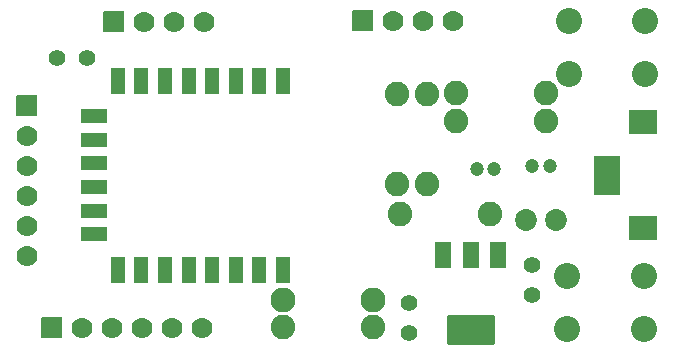
<source format=gts>
G04 Layer: TopSolderMaskLayer*
G04 EasyEDA v6.5.48, 2025-03-08 11:51:36*
G04 8fe2fb576d564ac8881881e7cade559e,369c048249c94b259d5cf78f180de413,10*
G04 Gerber Generator version 0.2*
G04 Scale: 100 percent, Rotated: No, Reflected: No *
G04 Dimensions in millimeters *
G04 leading zeros omitted , absolute positions ,4 integer and 5 decimal *
%FSLAX45Y45*%
%MOMM*%

%AMMACRO1*4,1,8,-0.8296,-0.889,-0.889,-0.8293,-0.889,0.8296,-0.8296,0.889,0.8293,0.889,0.889,0.8296,0.889,-0.8293,0.8293,-0.889,-0.8296,-0.889,0*%
%AMMACRO2*4,1,8,-1.9421,-1.2522,-2.0015,-1.1925,-2.0015,1.1928,-1.9421,1.2522,1.9418,1.2522,2.0015,1.1928,2.0015,-1.1925,1.9418,-1.2522,-1.9421,-1.2522,0*%
%AMMACRO3*4,1,8,-0.6416,-1.1024,-0.701,-1.0427,-0.701,1.0429,-0.6416,1.1024,0.6413,1.1024,0.701,1.0429,0.701,-1.0427,0.6413,-1.1024,-0.6416,-1.1024,0*%
%AMMACRO4*4,1,8,-0.6429,-1.1024,-0.7023,-1.0427,-0.7023,1.0429,-0.6429,1.1024,0.6426,1.1024,0.7023,1.0429,0.7023,-1.0427,0.6426,-1.1024,-0.6429,-1.1024,0*%
%AMMACRO5*4,1,8,-0.5425,-1.1024,-0.602,-1.0427,-0.602,1.0429,-0.5425,1.1024,0.5423,1.1024,0.602,1.0429,0.602,-1.0427,0.5423,-1.1024,-0.5425,-1.1024,0*%
%AMMACRO6*4,1,8,-0.5413,-1.1024,-0.6007,-1.0427,-0.6007,1.0429,-0.5413,1.1024,0.541,1.1024,0.6007,1.0429,0.6007,-1.0427,0.541,-1.1024,-0.5413,-1.1024,0*%
%AMMACRO7*4,1,8,-1.0417,-0.6007,-1.1011,-0.541,-1.1011,0.5413,-1.0417,0.6007,1.0414,0.6007,1.1011,0.5413,1.1011,-0.541,1.0414,-0.6007,-1.0417,-0.6007,0*%
%AMMACRO8*4,1,8,-1.0429,-0.602,-1.1024,-0.5423,-1.1024,0.5425,-1.0429,0.602,1.0427,0.602,1.1024,0.5425,1.1024,-0.5423,1.0427,-0.602,-1.0429,-0.602,0*%
%AMMACRO9*4,1,8,-1.0417,-0.602,-1.1011,-0.5423,-1.1011,0.5425,-1.0417,0.602,1.0414,0.602,1.1011,0.5425,1.1011,-0.5423,1.0414,-0.602,-1.0417,-0.602,0*%
%AMMACRO10*4,1,8,-0.5425,-1.1011,-0.602,-1.0414,-0.602,1.0417,-0.5425,1.1011,0.5423,1.1011,0.602,1.0417,0.602,-1.0414,0.5423,-1.1011,-0.5425,-1.1011,0*%
%AMMACRO11*4,1,8,-0.5413,-1.1011,-0.6007,-1.0414,-0.6007,1.0417,-0.5413,1.1011,0.541,1.1011,0.6007,1.0417,0.6007,-1.0414,0.541,-1.1011,-0.5413,-1.1011,0*%
%AMMACRO12*4,1,8,-1.0417,-0.3277,-1.1011,-0.268,-1.1011,0.2682,-1.0417,0.3277,1.0414,0.3277,1.1011,0.2682,1.1011,-0.268,1.0414,-0.3277,-1.0417,-0.3277,0*%
%AMMACRO13*4,1,8,-1.0925,-1.0516,-1.1519,-0.9919,-1.1519,0.9921,-1.0925,1.0516,1.0922,1.0516,1.1519,0.9921,1.1519,-0.9919,1.0922,-1.0516,-1.0925,-1.0516,0*%
%ADD10C,1.7780*%
%ADD11MACRO1*%
%ADD12C,2.0828*%
%ADD13C,2.1082*%
%ADD14C,1.3970*%
%ADD15C,1.2032*%
%ADD16MACRO2*%
%ADD17MACRO3*%
%ADD18MACRO4*%
%ADD19C,2.2032*%
%ADD20C,1.8542*%
%ADD21MACRO5*%
%ADD22MACRO6*%
%ADD23MACRO7*%
%ADD24MACRO8*%
%ADD25MACRO9*%
%ADD26MACRO10*%
%ADD27MACRO11*%
%ADD28MACRO12*%
%ADD29MACRO13*%

%LPD*%
D10*
G01*
X1422400Y-4343400D03*
G01*
X1422400Y-4089400D03*
G01*
X1422400Y-3835400D03*
G01*
X1422400Y-3581400D03*
G01*
X1422400Y-3327400D03*
D11*
G01*
X1422400Y-3073400D03*
D10*
G01*
X2908300Y-4953000D03*
G01*
X2654300Y-4953000D03*
G01*
X2400300Y-4953000D03*
G01*
X2146300Y-4953000D03*
G01*
X1892300Y-4953000D03*
D11*
G01*
X1638300Y-4953000D03*
D12*
G01*
X4813300Y-3733800D03*
G01*
X4813300Y-2971800D03*
D13*
G01*
X3594100Y-4711700D03*
G01*
X4356100Y-4711700D03*
D14*
G01*
X5702300Y-4673600D03*
G01*
X5702300Y-4419600D03*
D12*
G01*
X5054600Y-3200400D03*
G01*
X5816600Y-3200400D03*
G01*
X5054600Y-2959100D03*
G01*
X5816600Y-2959100D03*
G01*
X4559300Y-2971800D03*
G01*
X4559300Y-3733800D03*
G01*
X4356100Y-4940300D03*
G01*
X3594100Y-4940300D03*
G01*
X5346700Y-3987800D03*
G01*
X4584700Y-3987800D03*
D14*
G01*
X1930400Y-2667000D03*
G01*
X1676400Y-2667000D03*
D15*
G01*
X5383656Y-3606800D03*
G01*
X5233543Y-3606800D03*
D14*
G01*
X4660900Y-4737100D03*
G01*
X4660900Y-4991100D03*
D15*
G01*
X5853556Y-3581400D03*
G01*
X5703443Y-3581400D03*
D16*
G01*
X5181600Y-4965700D03*
D17*
G01*
X5181600Y-4330700D03*
D18*
G01*
X4951603Y-4330700D03*
G01*
X5411596Y-4330700D03*
D19*
G01*
X5999606Y-4962093D03*
G01*
X6649593Y-4962093D03*
G01*
X6649593Y-4512106D03*
G01*
X5999606Y-4512106D03*
G01*
X6012306Y-2803093D03*
G01*
X6662293Y-2803093D03*
G01*
X6662293Y-2353106D03*
G01*
X6012306Y-2353106D03*
D20*
G01*
X5651500Y-4038600D03*
G01*
X5905500Y-4038600D03*
D21*
G01*
X3594100Y-2857500D03*
D22*
G01*
X3394075Y-2857500D03*
G01*
X3194177Y-2857500D03*
D21*
G01*
X2994152Y-2857500D03*
G01*
X2794000Y-2857500D03*
G01*
X2594102Y-2857500D03*
G01*
X2394203Y-2857500D03*
G01*
X2194052Y-2857500D03*
D23*
G01*
X1994027Y-3157600D03*
D24*
G01*
X1994153Y-3357372D03*
D25*
G01*
X1994027Y-3557269D03*
G01*
X1994027Y-3757422D03*
G01*
X1994027Y-3957319D03*
G01*
X1994027Y-4157218D03*
D21*
G01*
X2193543Y-4457446D03*
D26*
G01*
X2393950Y-4457572D03*
D27*
G01*
X2593720Y-4457827D03*
D21*
G01*
X2793745Y-4457700D03*
D26*
G01*
X2993897Y-4457572D03*
D21*
G01*
X3193795Y-4457700D03*
D22*
G01*
X3393820Y-4457700D03*
D21*
G01*
X3593845Y-4457700D03*
D11*
G01*
X2159000Y-2362200D03*
D10*
G01*
X2413000Y-2362200D03*
G01*
X2667000Y-2362200D03*
G01*
X2921000Y-2362200D03*
D11*
G01*
X4267200Y-2349500D03*
D10*
G01*
X4521200Y-2349500D03*
G01*
X4775200Y-2349500D03*
G01*
X5029200Y-2349500D03*
D28*
G01*
X6336156Y-3527552D03*
G01*
X6336156Y-3592576D03*
G01*
X6336156Y-3657600D03*
G01*
X6336156Y-3722623D03*
G01*
X6336156Y-3787647D03*
D29*
G01*
X6643243Y-3207511D03*
G01*
X6643243Y-4107688D03*
M02*

</source>
